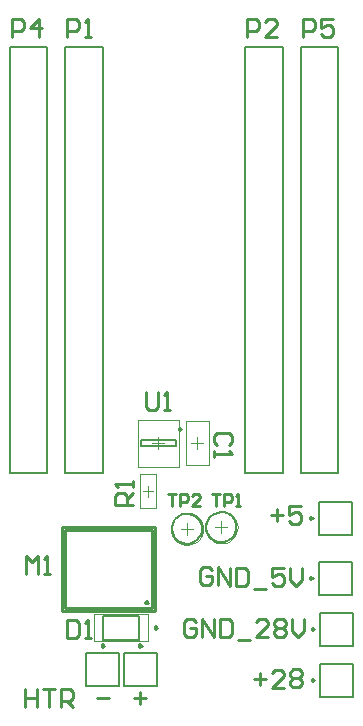
<source format=gto>
G04*
G04 #@! TF.GenerationSoftware,Altium Limited,Altium Designer,20.1.10 (176)*
G04*
G04 Layer_Color=65535*
%FSLAX25Y25*%
%MOIN*%
G70*
G04*
G04 #@! TF.SameCoordinates,99812A5D-564F-404E-B7FD-5973259DDD54*
G04*
G04*
G04 #@! TF.FilePolarity,Positive*
G04*
G01*
G75*
%ADD10C,0.00984*%
%ADD11C,0.00787*%
%ADD12C,0.01000*%
%ADD13C,0.00945*%
%ADD14C,0.00500*%
%ADD15C,0.00197*%
%ADD16C,0.00394*%
D10*
X-15079Y-169000D02*
X-15817Y-168574D01*
Y-169426D01*
X-15079Y-169000D01*
X-14579Y-223000D02*
X-15317Y-222574D01*
Y-223426D01*
X-14579Y-223000D01*
Y-206000D02*
X-15317Y-205574D01*
Y-206426D01*
X-14579Y-206000D01*
X-72059Y-211445D02*
X-72797Y-211019D01*
Y-211871D01*
X-72059Y-211445D01*
X-84559D02*
X-85297Y-211019D01*
Y-211871D01*
X-84559Y-211445D01*
X-58921Y-139276D02*
X-59659Y-138849D01*
Y-139702D01*
X-58921Y-139276D01*
X-15079Y-189000D02*
X-15817Y-188574D01*
Y-189426D01*
X-15079Y-189000D01*
D11*
X-40500Y-172000D02*
X-40602Y-170993D01*
X-40905Y-170028D01*
X-41396Y-169144D01*
X-42055Y-168376D01*
X-42855Y-167757D01*
X-43764Y-167311D01*
X-44743Y-167058D01*
X-45753Y-167006D01*
X-46753Y-167160D01*
X-47702Y-167511D01*
X-48561Y-168046D01*
X-49294Y-168743D01*
X-49872Y-169573D01*
X-50271Y-170503D01*
X-50474Y-171494D01*
Y-172506D01*
X-50271Y-173497D01*
X-49872Y-174426D01*
X-49294Y-175257D01*
X-48561Y-175954D01*
X-47702Y-176489D01*
X-46753Y-176840D01*
X-45753Y-176994D01*
X-44743Y-176942D01*
X-43764Y-176689D01*
X-42855Y-176243D01*
X-42055Y-175624D01*
X-41396Y-174856D01*
X-40905Y-173972D01*
X-40602Y-173006D01*
X-40500Y-172000D01*
X-52000Y-172500D02*
X-52102Y-171493D01*
X-52405Y-170528D01*
X-52896Y-169644D01*
X-53555Y-168876D01*
X-54355Y-168257D01*
X-55264Y-167811D01*
X-56243Y-167558D01*
X-57253Y-167506D01*
X-58253Y-167660D01*
X-59202Y-168011D01*
X-60061Y-168546D01*
X-60794Y-169243D01*
X-61372Y-170073D01*
X-61771Y-171003D01*
X-61974Y-171994D01*
Y-173006D01*
X-61771Y-173997D01*
X-61372Y-174926D01*
X-60794Y-175757D01*
X-60061Y-176454D01*
X-59202Y-176989D01*
X-58253Y-177340D01*
X-57253Y-177494D01*
X-56243Y-177442D01*
X-55264Y-177189D01*
X-54355Y-176743D01*
X-53555Y-176124D01*
X-52896Y-175356D01*
X-52405Y-174472D01*
X-52102Y-173506D01*
X-52000Y-172500D01*
X-13012Y-174512D02*
X-1988D01*
Y-163488D01*
X-13012D02*
X-1988D01*
X-13012Y-174512D02*
Y-163488D01*
X-12512Y-228512D02*
X-1488D01*
Y-217488D01*
X-12512D02*
X-1488D01*
X-12512Y-228512D02*
Y-217488D01*
Y-211512D02*
X-1488D01*
Y-200488D01*
X-12512D02*
X-1488D01*
X-12512Y-211512D02*
Y-200488D01*
X-78063Y-225028D02*
Y-214004D01*
Y-225028D02*
X-67039D01*
Y-214004D01*
X-78063D02*
X-67039D01*
X-90563Y-225028D02*
Y-214004D01*
Y-225028D02*
X-79539D01*
Y-214004D01*
X-90563D02*
X-79539D01*
X-72406Y-144984D02*
X-60594D01*
X-72406Y-143016D02*
X-60594D01*
X-72406Y-144984D02*
Y-143016D01*
X-60594Y-144984D02*
Y-143016D01*
X-13012Y-194512D02*
X-1988D01*
Y-183488D01*
X-13012D02*
X-1988D01*
X-13012Y-194512D02*
Y-183488D01*
X-19000Y-154000D02*
X-6500D01*
Y-22000D02*
Y-12000D01*
X-19000Y-154000D02*
Y-12000D01*
X-6500D01*
Y-154000D02*
Y-22000D01*
X-116000Y-154000D02*
X-103500D01*
Y-22000D02*
Y-12000D01*
X-116000Y-154000D02*
Y-12000D01*
X-103500D01*
Y-154000D02*
Y-22000D01*
X-37500Y-154000D02*
X-25000D01*
Y-22000D02*
Y-12000D01*
X-37500Y-154000D02*
Y-12000D01*
X-25000D01*
Y-154000D02*
Y-22000D01*
X-97500Y-154000D02*
X-85000D01*
Y-22000D02*
Y-12000D01*
X-97500Y-154000D02*
Y-12000D01*
X-85000D01*
Y-154000D02*
Y-22000D01*
D12*
X-70763Y-196529D02*
X-70876Y-197346D01*
X-70073Y-197157D01*
X-70539Y-196476D01*
X-98539Y-199976D02*
X-67539D01*
Y-171976D01*
X-98539D02*
X-67539D01*
X-98539Y-199976D02*
Y-171976D01*
X-28998Y-168000D02*
X-25000Y-168000D01*
X-26999Y-166001D02*
X-26999Y-169999D01*
X-19002Y-165001D02*
X-23000Y-165001D01*
X-23000Y-168000D01*
X-21001Y-167000D01*
X-20001Y-167000D01*
X-19002Y-168000D01*
X-19002Y-170000D01*
X-20001Y-170999D01*
X-22001Y-170999D01*
X-23000Y-169999D01*
X-48665Y-161001D02*
X-45999D01*
X-47332D01*
Y-164999D01*
X-44666D02*
Y-161001D01*
X-42667D01*
X-42001Y-161667D01*
Y-163000D01*
X-42667Y-163666D01*
X-44666D01*
X-40668Y-164999D02*
X-39335D01*
X-40001D01*
Y-161001D01*
X-40668Y-161667D01*
X-63332Y-161001D02*
X-60666D01*
X-61999D01*
Y-164999D01*
X-59333D02*
Y-161001D01*
X-57334D01*
X-56667Y-161667D01*
Y-163000D01*
X-57334Y-163666D01*
X-59333D01*
X-52668Y-164999D02*
X-55334D01*
X-52668Y-162334D01*
Y-161667D01*
X-53335Y-161001D01*
X-54668D01*
X-55334Y-161667D01*
X-34497Y-222618D02*
X-30498Y-222559D01*
X-32527Y-220589D02*
X-32468Y-224587D01*
X-24457Y-225469D02*
X-28455Y-225528D01*
X-24516Y-221471D01*
X-24530Y-220472D01*
X-25545Y-219487D01*
X-27544Y-219516D01*
X-28528Y-220530D01*
X-22531Y-220442D02*
X-21546Y-219428D01*
X-19547Y-219398D01*
X-18533Y-220383D01*
X-18518Y-221383D01*
X-19503Y-222397D01*
X-18489Y-223382D01*
X-18474Y-224382D01*
X-19459Y-225396D01*
X-21458Y-225425D01*
X-22472Y-224440D01*
X-22487Y-223441D01*
X-21502Y-222427D01*
X-22516Y-221442D01*
X-22531Y-220442D01*
X-21502Y-222427D02*
X-19503Y-222397D01*
X-53995Y-203501D02*
X-54994Y-202501D01*
X-56994D01*
X-57994Y-203501D01*
Y-207500D01*
X-56994Y-208499D01*
X-54994D01*
X-53995Y-207500D01*
Y-205500D01*
X-55994D01*
X-51995Y-208499D02*
Y-202501D01*
X-47997Y-208499D01*
Y-202501D01*
X-45997D02*
Y-208499D01*
X-42998D01*
X-41999Y-207500D01*
Y-203501D01*
X-42998Y-202501D01*
X-45997D01*
X-39999Y-209499D02*
X-36001D01*
X-30003Y-208499D02*
X-34001D01*
X-30003Y-204501D01*
Y-203501D01*
X-31002Y-202501D01*
X-33002D01*
X-34001Y-203501D01*
X-28003D02*
X-27004Y-202501D01*
X-25004D01*
X-24004Y-203501D01*
Y-204501D01*
X-25004Y-205500D01*
X-24004Y-206500D01*
Y-207500D01*
X-25004Y-208499D01*
X-27004D01*
X-28003Y-207500D01*
Y-206500D01*
X-27004Y-205500D01*
X-28003Y-204501D01*
Y-203501D01*
X-27004Y-205500D02*
X-25004D01*
X-22005Y-202501D02*
Y-206500D01*
X-20006Y-208499D01*
X-18007Y-206500D01*
Y-202501D01*
X-110448Y-187483D02*
Y-181485D01*
X-108448Y-183484D01*
X-106449Y-181485D01*
Y-187483D01*
X-104449D02*
X-102450D01*
X-103450D01*
Y-181485D01*
X-104449Y-182485D01*
X-96999Y-203001D02*
Y-208999D01*
X-94000D01*
X-93000Y-207999D01*
Y-204001D01*
X-94000Y-203001D01*
X-96999D01*
X-91001Y-208999D02*
X-89001D01*
X-90001D01*
Y-203001D01*
X-91001Y-204001D01*
X-74499Y-229000D02*
X-70501D01*
X-72500Y-227001D02*
Y-230999D01*
X-110995Y-226001D02*
Y-231999D01*
Y-229000D01*
X-106997D01*
Y-226001D01*
Y-231999D01*
X-104997Y-226001D02*
X-100999D01*
X-102998D01*
Y-231999D01*
X-98999D02*
Y-226001D01*
X-96000D01*
X-95001Y-227001D01*
Y-229000D01*
X-96000Y-230000D01*
X-98999D01*
X-97000D02*
X-95001Y-231999D01*
X-87003Y-229000D02*
X-83004D01*
X-75001Y-164499D02*
X-80999D01*
Y-161500D01*
X-79999Y-160500D01*
X-78000D01*
X-77000Y-161500D01*
Y-164499D01*
Y-162499D02*
X-75001Y-160500D01*
Y-158501D02*
Y-156501D01*
Y-157501D01*
X-80999D01*
X-79999Y-158501D01*
X-43001Y-144457D02*
X-42001Y-143457D01*
Y-141458D01*
X-43001Y-140458D01*
X-46999D01*
X-47999Y-141458D01*
Y-143457D01*
X-46999Y-144457D01*
X-47999Y-146456D02*
Y-148455D01*
Y-147456D01*
X-42001D01*
X-43001Y-146456D01*
X-70723Y-126828D02*
X-70723Y-131826D01*
X-69724Y-132826D01*
X-67724Y-132826D01*
X-66724Y-131826D01*
X-66724Y-126828D01*
X-64725Y-132826D02*
X-62726Y-132826D01*
X-63726Y-132826D01*
X-63725Y-126828D01*
X-64725Y-127828D01*
X-48476Y-186402D02*
X-49469Y-185395D01*
X-51468Y-185380D01*
X-52475Y-186372D01*
X-52505Y-190371D01*
X-51513Y-191378D01*
X-49514Y-191393D01*
X-48507Y-190401D01*
X-48492Y-188402D01*
X-50491Y-188387D01*
X-46515Y-191416D02*
X-46470Y-185418D01*
X-42516Y-191446D01*
X-42471Y-185448D01*
X-40472Y-185463D02*
X-40517Y-191461D01*
X-37518Y-191484D01*
X-36511Y-190492D01*
X-36481Y-186493D01*
X-37473Y-185486D01*
X-40472Y-185463D01*
X-34527Y-192506D02*
X-30528Y-192537D01*
X-24477Y-185584D02*
X-28476Y-185554D01*
X-28499Y-188553D01*
X-26492Y-187569D01*
X-25492Y-187576D01*
X-24500Y-188583D01*
X-24515Y-190583D01*
X-25522Y-191575D01*
X-27522Y-191560D01*
X-28514Y-190552D01*
X-22478Y-185600D02*
X-22508Y-189598D01*
X-20524Y-191613D01*
X-18510Y-189629D01*
X-18480Y-185630D01*
X-18400Y-8600D02*
Y-2602D01*
X-15401D01*
X-14401Y-3602D01*
Y-5601D01*
X-15401Y-6601D01*
X-18400D01*
X-8403Y-2602D02*
X-12402D01*
Y-5601D01*
X-10403Y-4601D01*
X-9403D01*
X-8403Y-5601D01*
Y-7600D01*
X-9403Y-8600D01*
X-11402D01*
X-12402Y-7600D01*
X-115400Y-8600D02*
Y-2602D01*
X-112401D01*
X-111401Y-3602D01*
Y-5601D01*
X-112401Y-6601D01*
X-115400D01*
X-106403Y-8600D02*
Y-2602D01*
X-109402Y-5601D01*
X-105403D01*
X-36900Y-8600D02*
Y-2602D01*
X-33901D01*
X-32901Y-3602D01*
Y-5601D01*
X-33901Y-6601D01*
X-36900D01*
X-26903Y-8600D02*
X-30902D01*
X-26903Y-4601D01*
Y-3602D01*
X-27903Y-2602D01*
X-29902D01*
X-30902Y-3602D01*
X-96900Y-8600D02*
Y-2602D01*
X-93901D01*
X-92901Y-3602D01*
Y-5601D01*
X-93901Y-6601D01*
X-96900D01*
X-90902Y-8600D02*
X-88903D01*
X-89902D01*
Y-2602D01*
X-90902Y-3602D01*
X-68539Y-198976D02*
Y-172976D01*
X-97539D02*
X-68539D01*
X-97539Y-198976D02*
Y-172976D01*
Y-198976D02*
X-68539D01*
D13*
X-67028Y-205500D02*
X-67736Y-205091D01*
Y-205909D01*
X-67028Y-205500D01*
D14*
X-84906Y-201563D02*
X-73094D01*
X-84906Y-209437D02*
X-73094D01*
X-84906D02*
X-73094D01*
X-84906D02*
Y-201563D01*
X-73094D01*
Y-209437D02*
Y-201563D01*
X-84906Y-209437D02*
X-73094D01*
X-84906D02*
Y-201563D01*
X-73094D01*
Y-209437D02*
Y-201563D01*
D15*
X-40106Y-172000D02*
X-40198Y-171009D01*
X-40470Y-170052D01*
X-40914Y-169161D01*
X-41514Y-168366D01*
X-42250Y-167696D01*
X-43096Y-167172D01*
X-44024Y-166812D01*
X-45002Y-166629D01*
X-45998D01*
X-46976Y-166812D01*
X-47904Y-167172D01*
X-48750Y-167696D01*
X-49486Y-168366D01*
X-50086Y-169161D01*
X-50529Y-170052D01*
X-50802Y-171009D01*
X-50894Y-172000D01*
X-50802Y-172991D01*
X-50529Y-173948D01*
X-50086Y-174839D01*
X-49486Y-175634D01*
X-48750Y-176304D01*
X-47904Y-176828D01*
X-46976Y-177188D01*
X-45998Y-177371D01*
X-45002D01*
X-44024Y-177188D01*
X-43096Y-176828D01*
X-42250Y-176304D01*
X-41514Y-175634D01*
X-40914Y-174839D01*
X-40470Y-173948D01*
X-40198Y-172991D01*
X-40106Y-172000D01*
X-51606Y-172500D02*
X-51698Y-171509D01*
X-51970Y-170552D01*
X-52414Y-169661D01*
X-53014Y-168866D01*
X-53750Y-168196D01*
X-54596Y-167672D01*
X-55524Y-167312D01*
X-56502Y-167129D01*
X-57498D01*
X-58476Y-167312D01*
X-59404Y-167672D01*
X-60250Y-168196D01*
X-60986Y-168866D01*
X-61586Y-169661D01*
X-62029Y-170552D01*
X-62302Y-171509D01*
X-62394Y-172500D01*
X-62302Y-173491D01*
X-62029Y-174448D01*
X-61586Y-175339D01*
X-60986Y-176134D01*
X-60250Y-176804D01*
X-59404Y-177328D01*
X-58476Y-177688D01*
X-57498Y-177871D01*
X-56502D01*
X-55524Y-177688D01*
X-54596Y-177328D01*
X-53750Y-176804D01*
X-53014Y-176134D01*
X-52414Y-175339D01*
X-51970Y-174448D01*
X-51698Y-173491D01*
X-51606Y-172500D01*
X-72756Y-165709D02*
X-67244D01*
X-72756Y-154291D02*
X-67244D01*
X-72756Y-165709D02*
Y-154291D01*
X-67244Y-165709D02*
Y-154291D01*
X-49563Y-151283D02*
Y-136717D01*
X-57437Y-151283D02*
Y-136717D01*
X-49563D01*
X-57437Y-151283D02*
X-49563D01*
X-73390Y-151874D02*
Y-136126D01*
X-59610Y-151874D02*
Y-136126D01*
X-73390Y-151874D02*
X-59610D01*
X-73390Y-136126D02*
X-59610D01*
X-88094Y-200972D02*
X-69906D01*
X-88094Y-210028D02*
Y-200972D01*
Y-210028D02*
X-69906D01*
Y-200972D01*
D16*
X-45500Y-173968D02*
Y-170031D01*
X-47468Y-172000D02*
X-43531D01*
X-45500Y-173968D02*
Y-170031D01*
X-47468Y-172000D02*
X-43531D01*
X-57000Y-174468D02*
Y-170531D01*
X-58968Y-172500D02*
X-55031D01*
X-57000Y-174468D02*
Y-170531D01*
X-58968Y-172500D02*
X-55031D01*
X-70000Y-161772D02*
Y-158228D01*
X-71772Y-160000D02*
X-68228D01*
X-55469Y-144000D02*
X-51532D01*
X-53500Y-145969D02*
Y-142031D01*
X-68468Y-144000D02*
X-64531D01*
X-66500Y-145968D02*
Y-142031D01*
M02*

</source>
